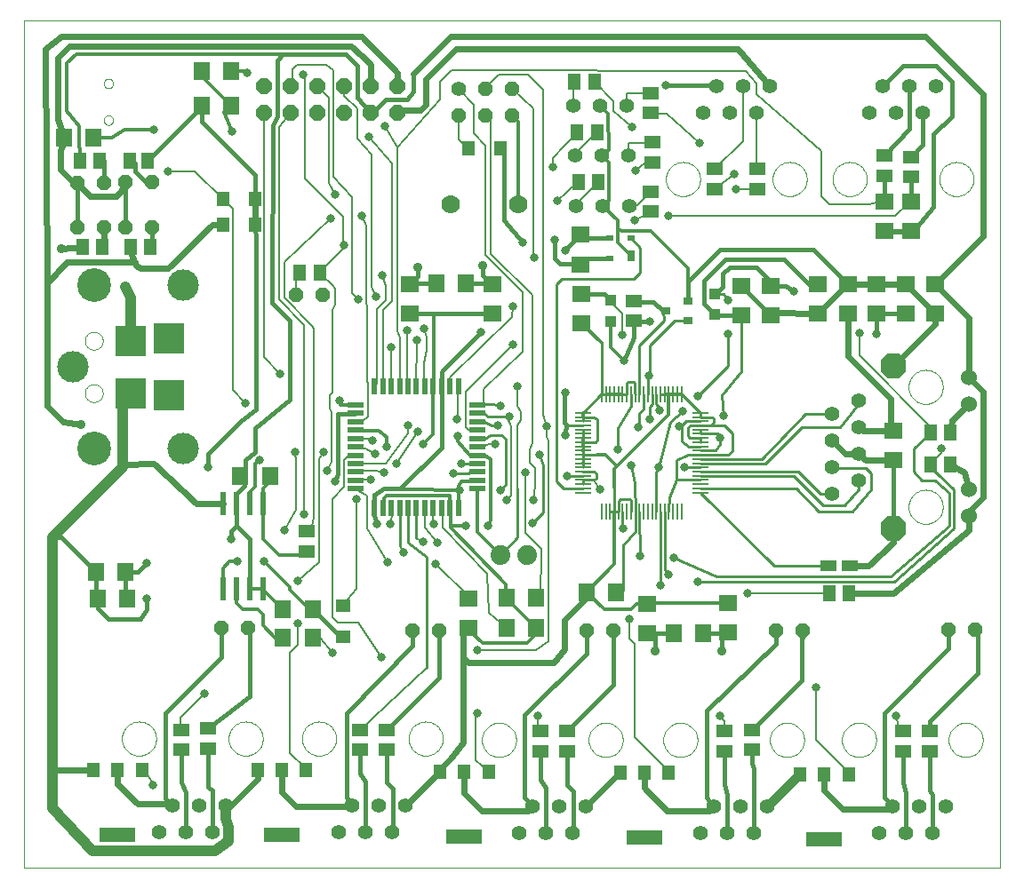
<source format=gtl>
G75*
G70*
%OFA0B0*%
%FSLAX24Y24*%
%IPPOS*%
%LPD*%
%AMOC8*
5,1,8,0,0,1.08239X$1,22.5*
%
%ADD10C,0.0000*%
%ADD11C,0.0554*%
%ADD12R,0.0630X0.0710*%
%ADD13R,0.0591X0.0512*%
%ADD14OC8,0.0520*%
%ADD15R,0.0512X0.0591*%
%ADD16R,0.0630X0.0709*%
%ADD17C,0.1181*%
%ADD18C,0.1266*%
%ADD19R,0.1181X0.1181*%
%ADD20R,0.0710X0.0630*%
%ADD21R,0.0709X0.0630*%
%ADD22R,0.0630X0.0098*%
%ADD23R,0.0098X0.0630*%
%ADD24R,0.0394X0.0394*%
%ADD25R,0.0354X0.0315*%
%ADD26R,0.0591X0.0394*%
%ADD27C,0.0740*%
%ADD28OC8,0.0600*%
%ADD29C,0.0560*%
%ADD30OC8,0.0560*%
%ADD31R,0.0472X0.0551*%
%ADD32C,0.0551*%
%ADD33R,0.1378X0.0551*%
%ADD34R,0.0276X0.0394*%
%ADD35R,0.0276X0.0236*%
%ADD36R,0.0591X0.0197*%
%ADD37R,0.0197X0.0591*%
%ADD38R,0.0551X0.0472*%
%ADD39OC8,0.0963*%
%ADD40C,0.0600*%
%ADD41C,0.0700*%
%ADD42R,0.0240X0.0870*%
%ADD43C,0.0356*%
%ADD44C,0.0240*%
%ADD45C,0.0160*%
%ADD46C,0.0180*%
%ADD47C,0.0317*%
%ADD48C,0.0400*%
%ADD49C,0.0120*%
%ADD50C,0.0100*%
%ADD51C,0.0320*%
%ADD52C,0.0080*%
D10*
X000100Y000100D02*
X000100Y031896D01*
X036670Y031896D01*
X036670Y000100D01*
X000100Y000100D01*
X003760Y004950D02*
X003762Y005000D01*
X003768Y005050D01*
X003778Y005099D01*
X003791Y005148D01*
X003809Y005195D01*
X003830Y005241D01*
X003854Y005284D01*
X003882Y005326D01*
X003913Y005366D01*
X003947Y005403D01*
X003984Y005437D01*
X004024Y005468D01*
X004066Y005496D01*
X004109Y005520D01*
X004155Y005541D01*
X004202Y005559D01*
X004251Y005572D01*
X004300Y005582D01*
X004350Y005588D01*
X004400Y005590D01*
X004450Y005588D01*
X004500Y005582D01*
X004549Y005572D01*
X004598Y005559D01*
X004645Y005541D01*
X004691Y005520D01*
X004734Y005496D01*
X004776Y005468D01*
X004816Y005437D01*
X004853Y005403D01*
X004887Y005366D01*
X004918Y005326D01*
X004946Y005284D01*
X004970Y005241D01*
X004991Y005195D01*
X005009Y005148D01*
X005022Y005099D01*
X005032Y005050D01*
X005038Y005000D01*
X005040Y004950D01*
X005038Y004900D01*
X005032Y004850D01*
X005022Y004801D01*
X005009Y004752D01*
X004991Y004705D01*
X004970Y004659D01*
X004946Y004616D01*
X004918Y004574D01*
X004887Y004534D01*
X004853Y004497D01*
X004816Y004463D01*
X004776Y004432D01*
X004734Y004404D01*
X004691Y004380D01*
X004645Y004359D01*
X004598Y004341D01*
X004549Y004328D01*
X004500Y004318D01*
X004450Y004312D01*
X004400Y004310D01*
X004350Y004312D01*
X004300Y004318D01*
X004251Y004328D01*
X004202Y004341D01*
X004155Y004359D01*
X004109Y004380D01*
X004066Y004404D01*
X004024Y004432D01*
X003984Y004463D01*
X003947Y004497D01*
X003913Y004534D01*
X003882Y004574D01*
X003854Y004616D01*
X003830Y004659D01*
X003809Y004705D01*
X003791Y004752D01*
X003778Y004801D01*
X003768Y004850D01*
X003762Y004900D01*
X003760Y004950D01*
X007760Y004950D02*
X007762Y005000D01*
X007768Y005050D01*
X007778Y005099D01*
X007791Y005148D01*
X007809Y005195D01*
X007830Y005241D01*
X007854Y005284D01*
X007882Y005326D01*
X007913Y005366D01*
X007947Y005403D01*
X007984Y005437D01*
X008024Y005468D01*
X008066Y005496D01*
X008109Y005520D01*
X008155Y005541D01*
X008202Y005559D01*
X008251Y005572D01*
X008300Y005582D01*
X008350Y005588D01*
X008400Y005590D01*
X008450Y005588D01*
X008500Y005582D01*
X008549Y005572D01*
X008598Y005559D01*
X008645Y005541D01*
X008691Y005520D01*
X008734Y005496D01*
X008776Y005468D01*
X008816Y005437D01*
X008853Y005403D01*
X008887Y005366D01*
X008918Y005326D01*
X008946Y005284D01*
X008970Y005241D01*
X008991Y005195D01*
X009009Y005148D01*
X009022Y005099D01*
X009032Y005050D01*
X009038Y005000D01*
X009040Y004950D01*
X009038Y004900D01*
X009032Y004850D01*
X009022Y004801D01*
X009009Y004752D01*
X008991Y004705D01*
X008970Y004659D01*
X008946Y004616D01*
X008918Y004574D01*
X008887Y004534D01*
X008853Y004497D01*
X008816Y004463D01*
X008776Y004432D01*
X008734Y004404D01*
X008691Y004380D01*
X008645Y004359D01*
X008598Y004341D01*
X008549Y004328D01*
X008500Y004318D01*
X008450Y004312D01*
X008400Y004310D01*
X008350Y004312D01*
X008300Y004318D01*
X008251Y004328D01*
X008202Y004341D01*
X008155Y004359D01*
X008109Y004380D01*
X008066Y004404D01*
X008024Y004432D01*
X007984Y004463D01*
X007947Y004497D01*
X007913Y004534D01*
X007882Y004574D01*
X007854Y004616D01*
X007830Y004659D01*
X007809Y004705D01*
X007791Y004752D01*
X007778Y004801D01*
X007768Y004850D01*
X007762Y004900D01*
X007760Y004950D01*
X010510Y004950D02*
X010512Y005000D01*
X010518Y005050D01*
X010528Y005099D01*
X010541Y005148D01*
X010559Y005195D01*
X010580Y005241D01*
X010604Y005284D01*
X010632Y005326D01*
X010663Y005366D01*
X010697Y005403D01*
X010734Y005437D01*
X010774Y005468D01*
X010816Y005496D01*
X010859Y005520D01*
X010905Y005541D01*
X010952Y005559D01*
X011001Y005572D01*
X011050Y005582D01*
X011100Y005588D01*
X011150Y005590D01*
X011200Y005588D01*
X011250Y005582D01*
X011299Y005572D01*
X011348Y005559D01*
X011395Y005541D01*
X011441Y005520D01*
X011484Y005496D01*
X011526Y005468D01*
X011566Y005437D01*
X011603Y005403D01*
X011637Y005366D01*
X011668Y005326D01*
X011696Y005284D01*
X011720Y005241D01*
X011741Y005195D01*
X011759Y005148D01*
X011772Y005099D01*
X011782Y005050D01*
X011788Y005000D01*
X011790Y004950D01*
X011788Y004900D01*
X011782Y004850D01*
X011772Y004801D01*
X011759Y004752D01*
X011741Y004705D01*
X011720Y004659D01*
X011696Y004616D01*
X011668Y004574D01*
X011637Y004534D01*
X011603Y004497D01*
X011566Y004463D01*
X011526Y004432D01*
X011484Y004404D01*
X011441Y004380D01*
X011395Y004359D01*
X011348Y004341D01*
X011299Y004328D01*
X011250Y004318D01*
X011200Y004312D01*
X011150Y004310D01*
X011100Y004312D01*
X011050Y004318D01*
X011001Y004328D01*
X010952Y004341D01*
X010905Y004359D01*
X010859Y004380D01*
X010816Y004404D01*
X010774Y004432D01*
X010734Y004463D01*
X010697Y004497D01*
X010663Y004534D01*
X010632Y004574D01*
X010604Y004616D01*
X010580Y004659D01*
X010559Y004705D01*
X010541Y004752D01*
X010528Y004801D01*
X010518Y004850D01*
X010512Y004900D01*
X010510Y004950D01*
X014510Y004950D02*
X014512Y005000D01*
X014518Y005050D01*
X014528Y005099D01*
X014541Y005148D01*
X014559Y005195D01*
X014580Y005241D01*
X014604Y005284D01*
X014632Y005326D01*
X014663Y005366D01*
X014697Y005403D01*
X014734Y005437D01*
X014774Y005468D01*
X014816Y005496D01*
X014859Y005520D01*
X014905Y005541D01*
X014952Y005559D01*
X015001Y005572D01*
X015050Y005582D01*
X015100Y005588D01*
X015150Y005590D01*
X015200Y005588D01*
X015250Y005582D01*
X015299Y005572D01*
X015348Y005559D01*
X015395Y005541D01*
X015441Y005520D01*
X015484Y005496D01*
X015526Y005468D01*
X015566Y005437D01*
X015603Y005403D01*
X015637Y005366D01*
X015668Y005326D01*
X015696Y005284D01*
X015720Y005241D01*
X015741Y005195D01*
X015759Y005148D01*
X015772Y005099D01*
X015782Y005050D01*
X015788Y005000D01*
X015790Y004950D01*
X015788Y004900D01*
X015782Y004850D01*
X015772Y004801D01*
X015759Y004752D01*
X015741Y004705D01*
X015720Y004659D01*
X015696Y004616D01*
X015668Y004574D01*
X015637Y004534D01*
X015603Y004497D01*
X015566Y004463D01*
X015526Y004432D01*
X015484Y004404D01*
X015441Y004380D01*
X015395Y004359D01*
X015348Y004341D01*
X015299Y004328D01*
X015250Y004318D01*
X015200Y004312D01*
X015150Y004310D01*
X015100Y004312D01*
X015050Y004318D01*
X015001Y004328D01*
X014952Y004341D01*
X014905Y004359D01*
X014859Y004380D01*
X014816Y004404D01*
X014774Y004432D01*
X014734Y004463D01*
X014697Y004497D01*
X014663Y004534D01*
X014632Y004574D01*
X014604Y004616D01*
X014580Y004659D01*
X014559Y004705D01*
X014541Y004752D01*
X014528Y004801D01*
X014518Y004850D01*
X014512Y004900D01*
X014510Y004950D01*
X017260Y004900D02*
X017262Y004950D01*
X017268Y005000D01*
X017278Y005049D01*
X017291Y005098D01*
X017309Y005145D01*
X017330Y005191D01*
X017354Y005234D01*
X017382Y005276D01*
X017413Y005316D01*
X017447Y005353D01*
X017484Y005387D01*
X017524Y005418D01*
X017566Y005446D01*
X017609Y005470D01*
X017655Y005491D01*
X017702Y005509D01*
X017751Y005522D01*
X017800Y005532D01*
X017850Y005538D01*
X017900Y005540D01*
X017950Y005538D01*
X018000Y005532D01*
X018049Y005522D01*
X018098Y005509D01*
X018145Y005491D01*
X018191Y005470D01*
X018234Y005446D01*
X018276Y005418D01*
X018316Y005387D01*
X018353Y005353D01*
X018387Y005316D01*
X018418Y005276D01*
X018446Y005234D01*
X018470Y005191D01*
X018491Y005145D01*
X018509Y005098D01*
X018522Y005049D01*
X018532Y005000D01*
X018538Y004950D01*
X018540Y004900D01*
X018538Y004850D01*
X018532Y004800D01*
X018522Y004751D01*
X018509Y004702D01*
X018491Y004655D01*
X018470Y004609D01*
X018446Y004566D01*
X018418Y004524D01*
X018387Y004484D01*
X018353Y004447D01*
X018316Y004413D01*
X018276Y004382D01*
X018234Y004354D01*
X018191Y004330D01*
X018145Y004309D01*
X018098Y004291D01*
X018049Y004278D01*
X018000Y004268D01*
X017950Y004262D01*
X017900Y004260D01*
X017850Y004262D01*
X017800Y004268D01*
X017751Y004278D01*
X017702Y004291D01*
X017655Y004309D01*
X017609Y004330D01*
X017566Y004354D01*
X017524Y004382D01*
X017484Y004413D01*
X017447Y004447D01*
X017413Y004484D01*
X017382Y004524D01*
X017354Y004566D01*
X017330Y004609D01*
X017309Y004655D01*
X017291Y004702D01*
X017278Y004751D01*
X017268Y004800D01*
X017262Y004850D01*
X017260Y004900D01*
X021260Y004900D02*
X021262Y004950D01*
X021268Y005000D01*
X021278Y005049D01*
X021291Y005098D01*
X021309Y005145D01*
X021330Y005191D01*
X021354Y005234D01*
X021382Y005276D01*
X021413Y005316D01*
X021447Y005353D01*
X021484Y005387D01*
X021524Y005418D01*
X021566Y005446D01*
X021609Y005470D01*
X021655Y005491D01*
X021702Y005509D01*
X021751Y005522D01*
X021800Y005532D01*
X021850Y005538D01*
X021900Y005540D01*
X021950Y005538D01*
X022000Y005532D01*
X022049Y005522D01*
X022098Y005509D01*
X022145Y005491D01*
X022191Y005470D01*
X022234Y005446D01*
X022276Y005418D01*
X022316Y005387D01*
X022353Y005353D01*
X022387Y005316D01*
X022418Y005276D01*
X022446Y005234D01*
X022470Y005191D01*
X022491Y005145D01*
X022509Y005098D01*
X022522Y005049D01*
X022532Y005000D01*
X022538Y004950D01*
X022540Y004900D01*
X022538Y004850D01*
X022532Y004800D01*
X022522Y004751D01*
X022509Y004702D01*
X022491Y004655D01*
X022470Y004609D01*
X022446Y004566D01*
X022418Y004524D01*
X022387Y004484D01*
X022353Y004447D01*
X022316Y004413D01*
X022276Y004382D01*
X022234Y004354D01*
X022191Y004330D01*
X022145Y004309D01*
X022098Y004291D01*
X022049Y004278D01*
X022000Y004268D01*
X021950Y004262D01*
X021900Y004260D01*
X021850Y004262D01*
X021800Y004268D01*
X021751Y004278D01*
X021702Y004291D01*
X021655Y004309D01*
X021609Y004330D01*
X021566Y004354D01*
X021524Y004382D01*
X021484Y004413D01*
X021447Y004447D01*
X021413Y004484D01*
X021382Y004524D01*
X021354Y004566D01*
X021330Y004609D01*
X021309Y004655D01*
X021291Y004702D01*
X021278Y004751D01*
X021268Y004800D01*
X021262Y004850D01*
X021260Y004900D01*
X024060Y004900D02*
X024062Y004950D01*
X024068Y005000D01*
X024078Y005049D01*
X024091Y005098D01*
X024109Y005145D01*
X024130Y005191D01*
X024154Y005234D01*
X024182Y005276D01*
X024213Y005316D01*
X024247Y005353D01*
X024284Y005387D01*
X024324Y005418D01*
X024366Y005446D01*
X024409Y005470D01*
X024455Y005491D01*
X024502Y005509D01*
X024551Y005522D01*
X024600Y005532D01*
X024650Y005538D01*
X024700Y005540D01*
X024750Y005538D01*
X024800Y005532D01*
X024849Y005522D01*
X024898Y005509D01*
X024945Y005491D01*
X024991Y005470D01*
X025034Y005446D01*
X025076Y005418D01*
X025116Y005387D01*
X025153Y005353D01*
X025187Y005316D01*
X025218Y005276D01*
X025246Y005234D01*
X025270Y005191D01*
X025291Y005145D01*
X025309Y005098D01*
X025322Y005049D01*
X025332Y005000D01*
X025338Y004950D01*
X025340Y004900D01*
X025338Y004850D01*
X025332Y004800D01*
X025322Y004751D01*
X025309Y004702D01*
X025291Y004655D01*
X025270Y004609D01*
X025246Y004566D01*
X025218Y004524D01*
X025187Y004484D01*
X025153Y004447D01*
X025116Y004413D01*
X025076Y004382D01*
X025034Y004354D01*
X024991Y004330D01*
X024945Y004309D01*
X024898Y004291D01*
X024849Y004278D01*
X024800Y004268D01*
X024750Y004262D01*
X024700Y004260D01*
X024650Y004262D01*
X024600Y004268D01*
X024551Y004278D01*
X024502Y004291D01*
X024455Y004309D01*
X024409Y004330D01*
X024366Y004354D01*
X024324Y004382D01*
X024284Y004413D01*
X024247Y004447D01*
X024213Y004484D01*
X024182Y004524D01*
X024154Y004566D01*
X024130Y004609D01*
X024109Y004655D01*
X024091Y004702D01*
X024078Y004751D01*
X024068Y004800D01*
X024062Y004850D01*
X024060Y004900D01*
X028060Y004900D02*
X028062Y004950D01*
X028068Y005000D01*
X028078Y005049D01*
X028091Y005098D01*
X028109Y005145D01*
X028130Y005191D01*
X028154Y005234D01*
X028182Y005276D01*
X028213Y005316D01*
X028247Y005353D01*
X028284Y005387D01*
X028324Y005418D01*
X028366Y005446D01*
X028409Y005470D01*
X028455Y005491D01*
X028502Y005509D01*
X028551Y005522D01*
X028600Y005532D01*
X028650Y005538D01*
X028700Y005540D01*
X028750Y005538D01*
X028800Y005532D01*
X028849Y005522D01*
X028898Y005509D01*
X028945Y005491D01*
X028991Y005470D01*
X029034Y005446D01*
X029076Y005418D01*
X029116Y005387D01*
X029153Y005353D01*
X029187Y005316D01*
X029218Y005276D01*
X029246Y005234D01*
X029270Y005191D01*
X029291Y005145D01*
X029309Y005098D01*
X029322Y005049D01*
X029332Y005000D01*
X029338Y004950D01*
X029340Y004900D01*
X029338Y004850D01*
X029332Y004800D01*
X029322Y004751D01*
X029309Y004702D01*
X029291Y004655D01*
X029270Y004609D01*
X029246Y004566D01*
X029218Y004524D01*
X029187Y004484D01*
X029153Y004447D01*
X029116Y004413D01*
X029076Y004382D01*
X029034Y004354D01*
X028991Y004330D01*
X028945Y004309D01*
X028898Y004291D01*
X028849Y004278D01*
X028800Y004268D01*
X028750Y004262D01*
X028700Y004260D01*
X028650Y004262D01*
X028600Y004268D01*
X028551Y004278D01*
X028502Y004291D01*
X028455Y004309D01*
X028409Y004330D01*
X028366Y004354D01*
X028324Y004382D01*
X028284Y004413D01*
X028247Y004447D01*
X028213Y004484D01*
X028182Y004524D01*
X028154Y004566D01*
X028130Y004609D01*
X028109Y004655D01*
X028091Y004702D01*
X028078Y004751D01*
X028068Y004800D01*
X028062Y004850D01*
X028060Y004900D01*
X030760Y004900D02*
X030762Y004950D01*
X030768Y005000D01*
X030778Y005049D01*
X030791Y005098D01*
X030809Y005145D01*
X030830Y005191D01*
X030854Y005234D01*
X030882Y005276D01*
X030913Y005316D01*
X030947Y005353D01*
X030984Y005387D01*
X031024Y005418D01*
X031066Y005446D01*
X031109Y005470D01*
X031155Y005491D01*
X031202Y005509D01*
X031251Y005522D01*
X031300Y005532D01*
X031350Y005538D01*
X031400Y005540D01*
X031450Y005538D01*
X031500Y005532D01*
X031549Y005522D01*
X031598Y005509D01*
X031645Y005491D01*
X031691Y005470D01*
X031734Y005446D01*
X031776Y005418D01*
X031816Y005387D01*
X031853Y005353D01*
X031887Y005316D01*
X031918Y005276D01*
X031946Y005234D01*
X031970Y005191D01*
X031991Y005145D01*
X032009Y005098D01*
X032022Y005049D01*
X032032Y005000D01*
X032038Y004950D01*
X032040Y004900D01*
X032038Y004850D01*
X032032Y004800D01*
X032022Y004751D01*
X032009Y004702D01*
X031991Y004655D01*
X031970Y004609D01*
X031946Y004566D01*
X031918Y004524D01*
X031887Y004484D01*
X031853Y004447D01*
X031816Y004413D01*
X031776Y004382D01*
X031734Y004354D01*
X031691Y004330D01*
X031645Y004309D01*
X031598Y004291D01*
X031549Y004278D01*
X031500Y004268D01*
X031450Y004262D01*
X031400Y004260D01*
X031350Y004262D01*
X031300Y004268D01*
X031251Y004278D01*
X031202Y004291D01*
X031155Y004309D01*
X031109Y004330D01*
X031066Y004354D01*
X031024Y004382D01*
X030984Y004413D01*
X030947Y004447D01*
X030913Y004484D01*
X030882Y004524D01*
X030854Y004566D01*
X030830Y004609D01*
X030809Y004655D01*
X030791Y004702D01*
X030778Y004751D01*
X030768Y004800D01*
X030762Y004850D01*
X030760Y004900D01*
X034760Y004900D02*
X034762Y004950D01*
X034768Y005000D01*
X034778Y005049D01*
X034791Y005098D01*
X034809Y005145D01*
X034830Y005191D01*
X034854Y005234D01*
X034882Y005276D01*
X034913Y005316D01*
X034947Y005353D01*
X034984Y005387D01*
X035024Y005418D01*
X035066Y005446D01*
X035109Y005470D01*
X035155Y005491D01*
X035202Y005509D01*
X035251Y005522D01*
X035300Y005532D01*
X035350Y005538D01*
X035400Y005540D01*
X035450Y005538D01*
X035500Y005532D01*
X035549Y005522D01*
X035598Y005509D01*
X035645Y005491D01*
X035691Y005470D01*
X035734Y005446D01*
X035776Y005418D01*
X035816Y005387D01*
X035853Y005353D01*
X035887Y005316D01*
X035918Y005276D01*
X035946Y005234D01*
X035970Y005191D01*
X035991Y005145D01*
X036009Y005098D01*
X036022Y005049D01*
X036032Y005000D01*
X036038Y004950D01*
X036040Y004900D01*
X036038Y004850D01*
X036032Y004800D01*
X036022Y004751D01*
X036009Y004702D01*
X035991Y004655D01*
X035970Y004609D01*
X035946Y004566D01*
X035918Y004524D01*
X035887Y004484D01*
X035853Y004447D01*
X035816Y004413D01*
X035776Y004382D01*
X035734Y004354D01*
X035691Y004330D01*
X035645Y004309D01*
X035598Y004291D01*
X035549Y004278D01*
X035500Y004268D01*
X035450Y004262D01*
X035400Y004260D01*
X035350Y004262D01*
X035300Y004268D01*
X035251Y004278D01*
X035202Y004291D01*
X035155Y004309D01*
X035109Y004330D01*
X035066Y004354D01*
X035024Y004382D01*
X034984Y004413D01*
X034947Y004447D01*
X034913Y004484D01*
X034882Y004524D01*
X034854Y004566D01*
X034830Y004609D01*
X034809Y004655D01*
X034791Y004702D01*
X034778Y004751D01*
X034768Y004800D01*
X034762Y004850D01*
X034760Y004900D01*
X033260Y013650D02*
X033262Y013700D01*
X033268Y013750D01*
X033278Y013799D01*
X033291Y013848D01*
X033309Y013895D01*
X033330Y013941D01*
X033354Y013984D01*
X033382Y014026D01*
X033413Y014066D01*
X033447Y014103D01*
X033484Y014137D01*
X033524Y014168D01*
X033566Y014196D01*
X033609Y014220D01*
X033655Y014241D01*
X033702Y014259D01*
X033751Y014272D01*
X033800Y014282D01*
X033850Y014288D01*
X033900Y014290D01*
X033950Y014288D01*
X034000Y014282D01*
X034049Y014272D01*
X034098Y014259D01*
X034145Y014241D01*
X034191Y014220D01*
X034234Y014196D01*
X034276Y014168D01*
X034316Y014137D01*
X034353Y014103D01*
X034387Y014066D01*
X034418Y014026D01*
X034446Y013984D01*
X034470Y013941D01*
X034491Y013895D01*
X034509Y013848D01*
X034522Y013799D01*
X034532Y013750D01*
X034538Y013700D01*
X034540Y013650D01*
X034538Y013600D01*
X034532Y013550D01*
X034522Y013501D01*
X034509Y013452D01*
X034491Y013405D01*
X034470Y013359D01*
X034446Y013316D01*
X034418Y013274D01*
X034387Y013234D01*
X034353Y013197D01*
X034316Y013163D01*
X034276Y013132D01*
X034234Y013104D01*
X034191Y013080D01*
X034145Y013059D01*
X034098Y013041D01*
X034049Y013028D01*
X034000Y013018D01*
X033950Y013012D01*
X033900Y013010D01*
X033850Y013012D01*
X033800Y013018D01*
X033751Y013028D01*
X033702Y013041D01*
X033655Y013059D01*
X033609Y013080D01*
X033566Y013104D01*
X033524Y013132D01*
X033484Y013163D01*
X033447Y013197D01*
X033413Y013234D01*
X033382Y013274D01*
X033354Y013316D01*
X033330Y013359D01*
X033309Y013405D01*
X033291Y013452D01*
X033278Y013501D01*
X033268Y013550D01*
X033262Y013600D01*
X033260Y013650D01*
X033260Y018150D02*
X033262Y018200D01*
X033268Y018250D01*
X033278Y018299D01*
X033291Y018348D01*
X033309Y018395D01*
X033330Y018441D01*
X033354Y018484D01*
X033382Y018526D01*
X033413Y018566D01*
X033447Y018603D01*
X033484Y018637D01*
X033524Y018668D01*
X033566Y018696D01*
X033609Y018720D01*
X033655Y018741D01*
X033702Y018759D01*
X033751Y018772D01*
X033800Y018782D01*
X033850Y018788D01*
X033900Y018790D01*
X033950Y018788D01*
X034000Y018782D01*
X034049Y018772D01*
X034098Y018759D01*
X034145Y018741D01*
X034191Y018720D01*
X034234Y018696D01*
X034276Y018668D01*
X034316Y018637D01*
X034353Y018603D01*
X034387Y018566D01*
X034418Y018526D01*
X034446Y018484D01*
X034470Y018441D01*
X034491Y018395D01*
X034509Y018348D01*
X034522Y018299D01*
X034532Y018250D01*
X034538Y018200D01*
X034540Y018150D01*
X034538Y018100D01*
X034532Y018050D01*
X034522Y018001D01*
X034509Y017952D01*
X034491Y017905D01*
X034470Y017859D01*
X034446Y017816D01*
X034418Y017774D01*
X034387Y017734D01*
X034353Y017697D01*
X034316Y017663D01*
X034276Y017632D01*
X034234Y017604D01*
X034191Y017580D01*
X034145Y017559D01*
X034098Y017541D01*
X034049Y017528D01*
X034000Y017518D01*
X033950Y017512D01*
X033900Y017510D01*
X033850Y017512D01*
X033800Y017518D01*
X033751Y017528D01*
X033702Y017541D01*
X033655Y017559D01*
X033609Y017580D01*
X033566Y017604D01*
X033524Y017632D01*
X033484Y017663D01*
X033447Y017697D01*
X033413Y017734D01*
X033382Y017774D01*
X033354Y017816D01*
X033330Y017859D01*
X033309Y017905D01*
X033291Y017952D01*
X033278Y018001D01*
X033268Y018050D01*
X033262Y018100D01*
X033260Y018150D01*
X034410Y025950D02*
X034412Y026000D01*
X034418Y026050D01*
X034428Y026099D01*
X034441Y026148D01*
X034459Y026195D01*
X034480Y026241D01*
X034504Y026284D01*
X034532Y026326D01*
X034563Y026366D01*
X034597Y026403D01*
X034634Y026437D01*
X034674Y026468D01*
X034716Y026496D01*
X034759Y026520D01*
X034805Y026541D01*
X034852Y026559D01*
X034901Y026572D01*
X034950Y026582D01*
X035000Y026588D01*
X035050Y026590D01*
X035100Y026588D01*
X035150Y026582D01*
X035199Y026572D01*
X035248Y026559D01*
X035295Y026541D01*
X035341Y026520D01*
X035384Y026496D01*
X035426Y026468D01*
X035466Y026437D01*
X035503Y026403D01*
X035537Y026366D01*
X035568Y026326D01*
X035596Y026284D01*
X035620Y026241D01*
X035641Y026195D01*
X035659Y026148D01*
X035672Y026099D01*
X035682Y026050D01*
X035688Y026000D01*
X035690Y025950D01*
X035688Y025900D01*
X035682Y025850D01*
X035672Y025801D01*
X035659Y025752D01*
X035641Y025705D01*
X035620Y025659D01*
X035596Y025616D01*
X035568Y025574D01*
X035537Y025534D01*
X035503Y025497D01*
X035466Y025463D01*
X035426Y025432D01*
X035384Y025404D01*
X035341Y025380D01*
X035295Y025359D01*
X035248Y025341D01*
X035199Y025328D01*
X035150Y025318D01*
X035100Y025312D01*
X035050Y025310D01*
X035000Y025312D01*
X034950Y025318D01*
X034901Y025328D01*
X034852Y025341D01*
X034805Y025359D01*
X034759Y025380D01*
X034716Y025404D01*
X034674Y025432D01*
X034634Y025463D01*
X034597Y025497D01*
X034563Y025534D01*
X034532Y025574D01*
X034504Y025616D01*
X034480Y025659D01*
X034459Y025705D01*
X034441Y025752D01*
X034428Y025801D01*
X034418Y025850D01*
X034412Y025900D01*
X034410Y025950D01*
X030410Y025950D02*
X030412Y026000D01*
X030418Y026050D01*
X030428Y026099D01*
X030441Y026148D01*
X030459Y026195D01*
X030480Y026241D01*
X030504Y026284D01*
X030532Y026326D01*
X030563Y026366D01*
X030597Y026403D01*
X030634Y026437D01*
X030674Y026468D01*
X030716Y026496D01*
X030759Y026520D01*
X030805Y026541D01*
X030852Y026559D01*
X030901Y026572D01*
X030950Y026582D01*
X031000Y026588D01*
X031050Y026590D01*
X031100Y026588D01*
X031150Y026582D01*
X031199Y026572D01*
X031248Y026559D01*
X031295Y026541D01*
X031341Y026520D01*
X031384Y026496D01*
X031426Y026468D01*
X031466Y026437D01*
X031503Y026403D01*
X031537Y026366D01*
X031568Y026326D01*
X031596Y026284D01*
X031620Y026241D01*
X031641Y026195D01*
X031659Y026148D01*
X031672Y026099D01*
X031682Y026050D01*
X031688Y026000D01*
X031690Y025950D01*
X031688Y025900D01*
X031682Y025850D01*
X031672Y025801D01*
X031659Y025752D01*
X031641Y025705D01*
X031620Y025659D01*
X031596Y025616D01*
X031568Y025574D01*
X031537Y025534D01*
X031503Y025497D01*
X031466Y025463D01*
X031426Y025432D01*
X031384Y025404D01*
X031341Y025380D01*
X031295Y025359D01*
X031248Y025341D01*
X031199Y025328D01*
X031150Y025318D01*
X031100Y025312D01*
X031050Y025310D01*
X031000Y025312D01*
X030950Y025318D01*
X030901Y025328D01*
X030852Y025341D01*
X030805Y025359D01*
X030759Y025380D01*
X030716Y025404D01*
X030674Y025432D01*
X030634Y025463D01*
X030597Y025497D01*
X030563Y025534D01*
X030532Y025574D01*
X030504Y025616D01*
X030480Y025659D01*
X030459Y025705D01*
X030441Y025752D01*
X030428Y025801D01*
X030418Y025850D01*
X030412Y025900D01*
X030410Y025950D01*
X028160Y025950D02*
X028162Y026000D01*
X028168Y026050D01*
X028178Y026099D01*
X028191Y026148D01*
X028209Y026195D01*
X028230Y026241D01*
X028254Y026284D01*
X028282Y026326D01*
X028313Y026366D01*
X028347Y026403D01*
X028384Y026437D01*
X028424Y026468D01*
X028466Y026496D01*
X028509Y026520D01*
X028555Y026541D01*
X028602Y026559D01*
X028651Y026572D01*
X028700Y026582D01*
X028750Y026588D01*
X028800Y026590D01*
X028850Y026588D01*
X028900Y026582D01*
X028949Y026572D01*
X028998Y026559D01*
X029045Y026541D01*
X029091Y026520D01*
X029134Y026496D01*
X029176Y026468D01*
X029216Y026437D01*
X029253Y026403D01*
X029287Y026366D01*
X029318Y026326D01*
X029346Y026284D01*
X029370Y026241D01*
X029391Y026195D01*
X029409Y026148D01*
X029422Y026099D01*
X029432Y026050D01*
X029438Y026000D01*
X029440Y025950D01*
X029438Y025900D01*
X029432Y025850D01*
X029422Y025801D01*
X029409Y025752D01*
X029391Y025705D01*
X029370Y025659D01*
X029346Y025616D01*
X029318Y025574D01*
X029287Y025534D01*
X029253Y025497D01*
X029216Y025463D01*
X029176Y025432D01*
X029134Y025404D01*
X029091Y025380D01*
X029045Y025359D01*
X028998Y025341D01*
X028949Y025328D01*
X028900Y025318D01*
X028850Y025312D01*
X028800Y025310D01*
X028750Y025312D01*
X028700Y025318D01*
X028651Y025328D01*
X028602Y025341D01*
X028555Y025359D01*
X028509Y025380D01*
X028466Y025404D01*
X028424Y025432D01*
X028384Y025463D01*
X028347Y025497D01*
X028313Y025534D01*
X028282Y025574D01*
X028254Y025616D01*
X028230Y025659D01*
X028209Y025705D01*
X028191Y025752D01*
X028178Y025801D01*
X028168Y025850D01*
X028162Y025900D01*
X028160Y025950D01*
X024160Y025950D02*
X024162Y026000D01*
X024168Y026050D01*
X024178Y026099D01*
X024191Y026148D01*
X024209Y026195D01*
X024230Y026241D01*
X024254Y026284D01*
X024282Y026326D01*
X024313Y026366D01*
X024347Y026403D01*
X024384Y026437D01*
X024424Y026468D01*
X024466Y026496D01*
X024509Y026520D01*
X024555Y026541D01*
X024602Y026559D01*
X024651Y026572D01*
X024700Y026582D01*
X024750Y026588D01*
X024800Y026590D01*
X024850Y026588D01*
X024900Y026582D01*
X024949Y026572D01*
X024998Y026559D01*
X025045Y026541D01*
X025091Y026520D01*
X025134Y026496D01*
X025176Y026468D01*
X025216Y026437D01*
X025253Y026403D01*
X025287Y026366D01*
X025318Y026326D01*
X025346Y026284D01*
X025370Y026241D01*
X025391Y026195D01*
X025409Y026148D01*
X025422Y026099D01*
X025432Y026050D01*
X025438Y026000D01*
X025440Y025950D01*
X025438Y025900D01*
X025432Y025850D01*
X025422Y025801D01*
X025409Y025752D01*
X025391Y025705D01*
X025370Y025659D01*
X025346Y025616D01*
X025318Y025574D01*
X025287Y025534D01*
X025253Y025497D01*
X025216Y025463D01*
X025176Y025432D01*
X025134Y025404D01*
X025091Y025380D01*
X025045Y025359D01*
X024998Y025341D01*
X024949Y025328D01*
X024900Y025318D01*
X024850Y025312D01*
X024800Y025310D01*
X024750Y025312D01*
X024700Y025318D01*
X024651Y025328D01*
X024602Y025341D01*
X024555Y025359D01*
X024509Y025380D01*
X024466Y025404D01*
X024424Y025432D01*
X024384Y025463D01*
X024347Y025497D01*
X024313Y025534D01*
X024282Y025574D01*
X024254Y025616D01*
X024230Y025659D01*
X024209Y025705D01*
X024191Y025752D01*
X024178Y025801D01*
X024168Y025850D01*
X024162Y025900D01*
X024160Y025950D01*
X003073Y028161D02*
X003075Y028187D01*
X003081Y028213D01*
X003091Y028238D01*
X003104Y028261D01*
X003120Y028281D01*
X003140Y028299D01*
X003162Y028314D01*
X003185Y028326D01*
X003211Y028334D01*
X003237Y028338D01*
X003263Y028338D01*
X003289Y028334D01*
X003315Y028326D01*
X003339Y028314D01*
X003360Y028299D01*
X003380Y028281D01*
X003396Y028261D01*
X003409Y028238D01*
X003419Y028213D01*
X003425Y028187D01*
X003427Y028161D01*
X003425Y028135D01*
X003419Y028109D01*
X003409Y028084D01*
X003396Y028061D01*
X003380Y028041D01*
X003360Y028023D01*
X003338Y028008D01*
X003315Y027996D01*
X003289Y027988D01*
X003263Y027984D01*
X003237Y027984D01*
X003211Y027988D01*
X003185Y027996D01*
X003161Y028008D01*
X003140Y028023D01*
X003120Y028041D01*
X003104Y028061D01*
X003091Y028084D01*
X003081Y028109D01*
X003075Y028135D01*
X003073Y028161D01*
X003073Y029539D02*
X003075Y029565D01*
X003081Y029591D01*
X003091Y029616D01*
X003104Y029639D01*
X003120Y029659D01*
X003140Y029677D01*
X003162Y029692D01*
X003185Y029704D01*
X003211Y029712D01*
X003237Y029716D01*
X003263Y029716D01*
X003289Y029712D01*
X003315Y029704D01*
X003339Y029692D01*
X003360Y029677D01*
X003380Y029659D01*
X003396Y029639D01*
X003409Y029616D01*
X003419Y029591D01*
X003425Y029565D01*
X003427Y029539D01*
X003425Y029513D01*
X003419Y029487D01*
X003409Y029462D01*
X003396Y029439D01*
X003380Y029419D01*
X003360Y029401D01*
X003338Y029386D01*
X003315Y029374D01*
X003289Y029366D01*
X003263Y029362D01*
X003237Y029362D01*
X003211Y029366D01*
X003185Y029374D01*
X003161Y029386D01*
X003140Y029401D01*
X003120Y029419D01*
X003104Y029439D01*
X003091Y029462D01*
X003081Y029487D01*
X003075Y029513D01*
X003073Y029539D01*
X002369Y019884D02*
X002371Y019920D01*
X002377Y019956D01*
X002387Y019991D01*
X002400Y020025D01*
X002417Y020057D01*
X002437Y020087D01*
X002461Y020114D01*
X002487Y020139D01*
X002516Y020161D01*
X002547Y020180D01*
X002580Y020195D01*
X002614Y020207D01*
X002650Y020215D01*
X002686Y020219D01*
X002722Y020219D01*
X002758Y020215D01*
X002794Y020207D01*
X002828Y020195D01*
X002861Y020180D01*
X002892Y020161D01*
X002921Y020139D01*
X002947Y020114D01*
X002971Y020087D01*
X002991Y020057D01*
X003008Y020025D01*
X003021Y019991D01*
X003031Y019956D01*
X003037Y019920D01*
X003039Y019884D01*
X003037Y019848D01*
X003031Y019812D01*
X003021Y019777D01*
X003008Y019743D01*
X002991Y019711D01*
X002971Y019681D01*
X002947Y019654D01*
X002921Y019629D01*
X002892Y019607D01*
X002861Y019588D01*
X002828Y019573D01*
X002794Y019561D01*
X002758Y019553D01*
X002722Y019549D01*
X002686Y019549D01*
X002650Y019553D01*
X002614Y019561D01*
X002580Y019573D01*
X002547Y019588D01*
X002516Y019607D01*
X002487Y019629D01*
X002461Y019654D01*
X002437Y019681D01*
X002417Y019711D01*
X002400Y019743D01*
X002387Y019777D01*
X002377Y019812D01*
X002371Y019848D01*
X002369Y019884D01*
X002369Y017916D02*
X002371Y017952D01*
X002377Y017988D01*
X002387Y018023D01*
X002400Y018057D01*
X002417Y018089D01*
X002437Y018119D01*
X002461Y018146D01*
X002487Y018171D01*
X002516Y018193D01*
X002547Y018212D01*
X002580Y018227D01*
X002614Y018239D01*
X002650Y018247D01*
X002686Y018251D01*
X002722Y018251D01*
X002758Y018247D01*
X002794Y018239D01*
X002828Y018227D01*
X002861Y018212D01*
X002892Y018193D01*
X002921Y018171D01*
X002947Y018146D01*
X002971Y018119D01*
X002991Y018089D01*
X003008Y018057D01*
X003021Y018023D01*
X003031Y017988D01*
X003037Y017952D01*
X003039Y017916D01*
X003037Y017880D01*
X003031Y017844D01*
X003021Y017809D01*
X003008Y017775D01*
X002991Y017743D01*
X002971Y017713D01*
X002947Y017686D01*
X002921Y017661D01*
X002892Y017639D01*
X002861Y017620D01*
X002828Y017605D01*
X002794Y017593D01*
X002758Y017585D01*
X002722Y017581D01*
X002686Y017581D01*
X002650Y017585D01*
X002614Y017593D01*
X002580Y017605D01*
X002547Y017620D01*
X002516Y017639D01*
X002487Y017661D01*
X002461Y017686D01*
X002437Y017713D01*
X002417Y017743D01*
X002400Y017775D01*
X002387Y017809D01*
X002377Y017844D01*
X002371Y017880D01*
X002369Y017916D01*
D11*
X005650Y002450D03*
X006650Y002450D03*
X007650Y002450D03*
X007150Y001450D03*
X006150Y001450D03*
X005150Y001450D03*
X011900Y001450D03*
X012900Y001450D03*
X013900Y001450D03*
X013400Y002450D03*
X014400Y002450D03*
X012400Y002450D03*
X018650Y001400D03*
X019650Y001400D03*
X020650Y001400D03*
X020150Y002400D03*
X021150Y002400D03*
X019150Y002400D03*
X025450Y001400D03*
X026450Y001400D03*
X027450Y001400D03*
X026950Y002400D03*
X025950Y002400D03*
X027950Y002400D03*
X032150Y001400D03*
X033150Y001400D03*
X034150Y001400D03*
X033650Y002400D03*
X032650Y002400D03*
X034650Y002400D03*
X030400Y014150D03*
X031400Y014650D03*
X030400Y015150D03*
X031400Y015650D03*
X030400Y016150D03*
X031400Y016650D03*
X030400Y017150D03*
X031400Y017650D03*
X031800Y028450D03*
X032800Y028450D03*
X033800Y028450D03*
X033300Y029450D03*
X032300Y029450D03*
X034300Y029450D03*
X028050Y029450D03*
X027050Y029450D03*
X026050Y029450D03*
X025550Y028450D03*
X026550Y028450D03*
X027550Y028450D03*
D12*
X016660Y022050D03*
X015540Y022050D03*
X009310Y014800D03*
X008190Y014800D03*
X009790Y009800D03*
X009790Y008750D03*
X010910Y008750D03*
X010910Y009800D03*
X024440Y008900D03*
X025560Y008900D03*
D13*
X026350Y005224D03*
X027400Y005274D03*
X027400Y004526D03*
X026350Y004476D03*
X020450Y004476D03*
X020450Y005224D03*
X019450Y005224D03*
X019450Y004476D03*
X013700Y004526D03*
X013700Y005274D03*
X012700Y005274D03*
X012700Y004526D03*
X007000Y004576D03*
X007000Y005324D03*
X006000Y005274D03*
X006000Y004526D03*
X010700Y011976D03*
X010700Y012724D03*
X022950Y020626D03*
X022950Y021374D03*
X023600Y024726D03*
X023600Y025474D03*
X023650Y026576D03*
X023650Y027324D03*
X023600Y028426D03*
X023600Y029174D03*
X026000Y026324D03*
X026000Y025576D03*
X027600Y025576D03*
X027600Y026324D03*
X032350Y026076D03*
X032350Y026824D03*
X033350Y026774D03*
X033350Y026026D03*
X033050Y005224D03*
X034050Y005224D03*
X034050Y004476D03*
X033050Y004476D03*
D14*
X034750Y009050D03*
X035750Y009050D03*
X029300Y009000D03*
X028300Y009000D03*
X022200Y009000D03*
X021200Y009000D03*
X015650Y009000D03*
X014650Y009000D03*
X008500Y009100D03*
X007500Y009100D03*
X010300Y021600D03*
X011300Y021600D03*
X004900Y024150D03*
X003900Y024150D03*
X003100Y024150D03*
X002100Y024150D03*
X002100Y025800D03*
X003100Y025800D03*
X003900Y025850D03*
X004900Y025850D03*
D15*
X004735Y026650D03*
X004065Y026650D03*
X002924Y026650D03*
X002176Y026650D03*
X002276Y023400D03*
X003024Y023400D03*
X004076Y023400D03*
X004824Y023400D03*
X010426Y022450D03*
X011174Y022450D03*
X020726Y029600D03*
X021474Y029600D03*
X021574Y027700D03*
X020826Y027700D03*
X020876Y025850D03*
X021624Y025850D03*
X034076Y016450D03*
X034824Y016450D03*
X034824Y015250D03*
X034076Y015250D03*
X031024Y010400D03*
X030276Y010400D03*
D16*
X022301Y010450D03*
X021199Y010450D03*
X019301Y010250D03*
X018199Y010250D03*
X018199Y009100D03*
X019301Y009100D03*
X003951Y010200D03*
X002849Y010200D03*
X002799Y011200D03*
X003901Y011200D03*
X002701Y027500D03*
X001599Y027500D03*
X006749Y028700D03*
X007851Y028700D03*
X007851Y030000D03*
X006749Y030000D03*
D17*
X006050Y021971D03*
X001916Y018900D03*
X006050Y015829D03*
D18*
X002704Y015829D03*
X002704Y021971D03*
D19*
X004081Y019884D03*
X005519Y019963D03*
X005519Y017837D03*
X004081Y017916D03*
D20*
X016750Y010210D03*
X016750Y009090D03*
X020950Y022740D03*
X020950Y023860D03*
X032350Y023990D03*
X033350Y023990D03*
X033350Y025110D03*
X032350Y025110D03*
D21*
X032050Y022001D03*
X031000Y022001D03*
X029850Y022001D03*
X029850Y020899D03*
X031000Y020899D03*
X032050Y020899D03*
X033150Y020899D03*
X034250Y020899D03*
X034250Y022001D03*
X033150Y022001D03*
X028100Y021951D03*
X027000Y021951D03*
X027000Y020849D03*
X028100Y020849D03*
X032700Y016501D03*
X032700Y015399D03*
X026500Y010051D03*
X026500Y008949D03*
X023450Y008899D03*
X023450Y010001D03*
X021000Y020549D03*
X021000Y021651D03*
X017650Y022001D03*
X017650Y020899D03*
X014550Y020899D03*
X014550Y022001D03*
D22*
X021039Y017176D03*
X021039Y017019D03*
X021039Y016861D03*
X021039Y016704D03*
X021039Y016546D03*
X021039Y016389D03*
X021039Y016232D03*
X021039Y016074D03*
X021039Y015917D03*
X021039Y015759D03*
X021039Y015602D03*
X021039Y015444D03*
X021039Y015287D03*
X021039Y015129D03*
X021039Y014972D03*
X021039Y014814D03*
X021039Y014657D03*
X021039Y014499D03*
X021039Y014342D03*
X021039Y014184D03*
X025449Y014184D03*
X025449Y014342D03*
X025449Y014499D03*
X025449Y014657D03*
X025449Y014814D03*
X025449Y014972D03*
X025449Y015129D03*
X025449Y015287D03*
X025449Y015444D03*
X025449Y015602D03*
X025449Y015759D03*
X025449Y015917D03*
X025449Y016074D03*
X025449Y016232D03*
X025449Y016389D03*
X025449Y016546D03*
X025449Y016704D03*
X025449Y016861D03*
X025449Y017019D03*
X025449Y017176D03*
D23*
X024740Y017885D03*
X024583Y017885D03*
X024425Y017885D03*
X024268Y017885D03*
X024110Y017885D03*
X023953Y017885D03*
X023795Y017885D03*
X023638Y017885D03*
X023480Y017885D03*
X023323Y017885D03*
X023165Y017885D03*
X023008Y017885D03*
X022850Y017885D03*
X022693Y017885D03*
X022535Y017885D03*
X022378Y017885D03*
X022220Y017885D03*
X022063Y017885D03*
X021905Y017885D03*
X021748Y017885D03*
X021748Y013476D03*
X021905Y013476D03*
X022063Y013476D03*
X022220Y013476D03*
X022378Y013476D03*
X022535Y013476D03*
X022693Y013476D03*
X022850Y013476D03*
X023008Y013476D03*
X023165Y013476D03*
X023323Y013476D03*
X023480Y013476D03*
X023638Y013476D03*
X023795Y013476D03*
X023953Y013476D03*
X024110Y013476D03*
X024268Y013476D03*
X024425Y013476D03*
X024583Y013476D03*
X024740Y013476D03*
D24*
X022100Y020606D03*
X022100Y021394D03*
X026000Y021644D03*
X026000Y020856D03*
D25*
X024994Y020626D03*
X024994Y021374D03*
X024167Y021000D03*
D26*
X030236Y011450D03*
X031064Y011450D03*
D27*
X018950Y011850D03*
X017950Y011850D03*
D28*
X014100Y028450D03*
X013100Y028450D03*
X012100Y028450D03*
X011100Y028450D03*
X010100Y028450D03*
X009100Y028450D03*
X009100Y029450D03*
X010100Y029450D03*
X011100Y029450D03*
X012100Y029450D03*
X013100Y029450D03*
X014100Y029450D03*
D29*
X016400Y029350D03*
D30*
X016400Y028350D03*
X017400Y028350D03*
X018400Y028350D03*
X018400Y029350D03*
X017400Y029350D03*
D31*
X017941Y027100D03*
X016759Y027100D03*
X008741Y025200D03*
X008741Y024250D03*
X007559Y024250D03*
X007559Y025200D03*
X008840Y003770D03*
X009750Y003770D03*
X010660Y003770D03*
X015690Y003720D03*
X016600Y003720D03*
X017510Y003720D03*
X022440Y003670D03*
X023350Y003670D03*
X024260Y003670D03*
X029190Y003620D03*
X030100Y003620D03*
X031010Y003620D03*
X004510Y003770D03*
X003600Y003770D03*
X002690Y003770D03*
D32*
X020800Y024950D03*
X021800Y024950D03*
X022800Y024950D03*
X022750Y026850D03*
X021750Y026850D03*
X020750Y026850D03*
X020700Y028700D03*
X021700Y028700D03*
X022700Y028700D03*
D33*
X016600Y001280D03*
X023350Y001230D03*
X030100Y001180D03*
X009750Y001330D03*
X003600Y001330D03*
D34*
X022844Y023055D03*
D35*
X022844Y023724D03*
X022056Y023724D03*
X022056Y022976D03*
D36*
X017083Y017475D03*
X017083Y017160D03*
X017083Y016845D03*
X017083Y016530D03*
X017083Y016215D03*
X017083Y015900D03*
X017083Y015585D03*
X017083Y015270D03*
X017083Y014955D03*
X017083Y014640D03*
X017083Y014325D03*
X012517Y014325D03*
X012517Y014640D03*
X012517Y014955D03*
X012517Y015270D03*
X012517Y015585D03*
X012517Y015900D03*
X012517Y016215D03*
X012517Y016530D03*
X012517Y016845D03*
X012517Y017160D03*
X012517Y017475D03*
D37*
X013225Y018183D03*
X013540Y018183D03*
X013855Y018183D03*
X014170Y018183D03*
X014485Y018183D03*
X014800Y018183D03*
X015115Y018183D03*
X015430Y018183D03*
X015745Y018183D03*
X016060Y018183D03*
X016375Y018183D03*
X016375Y013617D03*
X016060Y013617D03*
X015745Y013617D03*
X015430Y013617D03*
X015115Y013617D03*
X014800Y013617D03*
X014485Y013617D03*
X014170Y013617D03*
X013855Y013617D03*
X013540Y013617D03*
X013225Y013617D03*
D38*
X012050Y009941D03*
X012050Y008759D03*
D39*
X032699Y012851D03*
X032699Y018949D03*
D40*
X035506Y018508D03*
X035506Y017508D03*
X035506Y014292D03*
X035506Y013292D03*
D41*
X018630Y025000D03*
X016070Y025000D03*
D42*
X009050Y013755D03*
X008550Y013755D03*
X008050Y013755D03*
X007550Y013755D03*
X007550Y010570D03*
X008050Y010570D03*
X008550Y010570D03*
X009050Y010570D03*
D43*
X002232Y016750D03*
X003900Y021900D03*
X001500Y023350D03*
X014850Y022650D03*
X017300Y022700D03*
X023750Y008250D03*
X026250Y008250D03*
D44*
X021199Y010249D02*
X020350Y009400D01*
X020350Y008300D01*
X019950Y007800D01*
X016750Y007800D01*
X016550Y008000D01*
X016550Y004800D01*
X016100Y004200D01*
X015700Y003800D01*
X015700Y003700D01*
X015690Y003720D02*
X015670Y003720D01*
X014400Y002450D01*
X012400Y002450D02*
X012350Y002400D01*
X010300Y002400D01*
X009750Y002950D01*
X009750Y003770D01*
X008840Y003770D02*
X008840Y003440D01*
X007850Y002450D01*
X007650Y002450D01*
X005650Y002450D02*
X005600Y002500D01*
X004350Y002500D01*
X003600Y003250D01*
X003600Y003770D01*
X002690Y003770D02*
X001170Y003770D01*
X001150Y003750D01*
X006545Y013760D02*
X007550Y013755D01*
X006545Y013760D02*
X004960Y015260D01*
X003800Y015250D01*
X002232Y016750D02*
X001550Y016850D01*
X000950Y017450D01*
X000950Y022050D01*
X001700Y022850D01*
X004250Y022850D01*
X004300Y022700D01*
X004450Y022600D01*
X005500Y022600D01*
X007150Y024250D01*
X007559Y024250D01*
X008741Y024250D02*
X008741Y025200D01*
X013100Y028450D02*
X013150Y028450D01*
X014100Y028450D02*
X014200Y028550D01*
X014950Y028550D01*
X015150Y028750D01*
X015150Y029700D01*
X016300Y030850D01*
X026850Y030850D01*
X028050Y029450D01*
X033900Y031300D02*
X036050Y029150D01*
X036050Y023801D01*
X034250Y022001D01*
X035506Y020745D01*
X035506Y018508D01*
X036050Y017965D01*
X036050Y014000D01*
X035506Y013456D01*
X035506Y013292D01*
X035506Y012756D01*
X032700Y010400D01*
X031024Y010400D01*
X031064Y011450D02*
X031750Y011450D01*
X032699Y012299D01*
X032699Y012851D01*
X035506Y014292D02*
X035368Y014940D01*
X034824Y015250D01*
X034824Y016450D02*
X034898Y016900D01*
X035506Y017508D01*
X032600Y017700D02*
X032600Y016601D01*
X032700Y016501D01*
X031549Y016501D01*
X031400Y016650D01*
X030900Y015650D02*
X030400Y016150D01*
X030900Y015650D02*
X031400Y015650D01*
X031651Y015399D01*
X032700Y015399D01*
X032600Y017700D02*
X031000Y019300D01*
X031000Y020899D01*
X030952Y022001D02*
X029850Y020899D01*
X028200Y020949D01*
X028100Y020849D01*
X030952Y022001D02*
X031000Y022001D01*
X032050Y022001D01*
X033150Y022001D01*
X034250Y020901D01*
X034250Y020899D01*
X034250Y020500D01*
X032699Y018949D01*
X021199Y010450D02*
X021199Y010249D01*
X016750Y009090D02*
X016550Y008890D01*
X016550Y008000D01*
X016600Y003720D02*
X016600Y002900D01*
X017250Y002250D01*
X019000Y002250D01*
X019150Y002400D01*
X021150Y002400D02*
X022420Y003670D01*
X022440Y003670D01*
X023350Y003670D02*
X023350Y003100D01*
X024200Y002250D01*
X025800Y002250D01*
X025950Y002400D01*
X029170Y003620D02*
X029190Y003620D01*
X030100Y003620D02*
X030100Y003000D01*
X030800Y002300D01*
X032550Y002300D01*
X032650Y002400D01*
X008350Y014740D02*
X008190Y014800D01*
X000950Y022050D02*
X000900Y030850D01*
X001500Y031300D01*
X012750Y031300D01*
X014100Y029950D01*
X014100Y029450D01*
X014700Y029900D02*
X016100Y031300D01*
X033900Y031300D01*
X013100Y030250D02*
X013100Y029450D01*
X013100Y030250D02*
X013050Y030300D01*
X012350Y030950D01*
X001800Y030950D01*
X001350Y030500D01*
X001350Y028200D01*
X001599Y027500D01*
X001599Y027451D01*
X001650Y027350D01*
X001600Y027350D01*
X001450Y027050D01*
X001450Y026300D01*
X001950Y025800D01*
X002100Y025800D01*
X002550Y025300D01*
X003550Y025300D01*
X003900Y025700D01*
X003900Y025850D01*
X003100Y024150D02*
X003100Y023476D01*
X003024Y023400D01*
X002276Y023400D02*
X001500Y023350D01*
X004050Y023276D02*
X004300Y022700D01*
X004050Y023276D02*
X004076Y023400D01*
D45*
X004824Y023400D02*
X004900Y023476D01*
X004900Y024150D01*
X003900Y024150D02*
X003900Y025850D01*
X004250Y026250D02*
X004650Y025850D01*
X004900Y025850D01*
X004250Y026250D02*
X004250Y026550D01*
X004150Y026650D01*
X004065Y026650D01*
X004735Y026650D02*
X006749Y028664D01*
X006749Y028700D01*
X006749Y028664D02*
X006749Y028101D01*
X008750Y026100D01*
X008750Y025209D01*
X008741Y025200D01*
X003100Y025800D02*
X003100Y026650D01*
X002924Y026650D01*
X002176Y026650D02*
X002050Y026650D01*
X002100Y025800D02*
X002100Y024150D01*
X008230Y016860D02*
X007000Y015630D01*
X007000Y015150D01*
X010526Y012150D02*
X010700Y011976D01*
X010910Y009800D02*
X011950Y008759D01*
X012050Y008759D01*
X009790Y008750D02*
X009750Y008750D01*
X008550Y009050D02*
X008500Y009100D01*
X008550Y009050D02*
X008550Y006550D01*
X007000Y005324D01*
X007000Y004576D02*
X007000Y003150D01*
X007150Y003000D01*
X007150Y001450D01*
X006150Y001450D02*
X006150Y002950D01*
X006000Y003300D01*
X006000Y004526D01*
X005400Y005900D02*
X005400Y002700D01*
X005650Y002450D01*
X005400Y005900D02*
X007500Y008000D01*
X007500Y009100D01*
X004700Y009800D02*
X004450Y009450D01*
X003250Y009450D01*
X002849Y009851D01*
X002849Y010200D01*
X002799Y010250D01*
X002799Y011200D01*
X001499Y012500D01*
X001150Y012500D01*
X003901Y011200D02*
X003901Y010250D01*
X003951Y010200D01*
X004700Y010200D02*
X004700Y009800D01*
X004350Y011200D02*
X003901Y011200D01*
X004350Y011200D02*
X004700Y011550D01*
X012200Y005900D02*
X012200Y002750D01*
X012400Y002450D01*
X012900Y003350D02*
X012900Y001450D01*
X013900Y001450D02*
X013910Y001510D01*
X013910Y003060D01*
X013700Y003300D01*
X013700Y004526D01*
X013700Y005274D02*
X015650Y007224D01*
X015650Y009000D01*
X014650Y009000D02*
X014650Y008450D01*
X012200Y005900D01*
X012700Y004526D02*
X012700Y003650D01*
X012900Y003350D01*
X018850Y002750D02*
X019150Y002400D01*
X018850Y002750D02*
X018850Y005850D01*
X021200Y008150D01*
X021200Y009000D01*
X022200Y009000D02*
X022200Y006974D01*
X020450Y005224D01*
X020450Y004476D02*
X020450Y003200D01*
X020670Y002970D01*
X020670Y001470D01*
X020650Y001400D01*
X019650Y001400D02*
X019650Y003100D01*
X019450Y003400D01*
X019450Y004476D01*
X023750Y008250D02*
X023750Y008799D01*
X023650Y008899D01*
X024439Y008899D01*
X024440Y008900D01*
X023650Y008899D02*
X023450Y008899D01*
X025560Y008900D02*
X026451Y008900D01*
X026500Y008949D01*
X026250Y008699D01*
X026250Y008250D01*
X028300Y008500D02*
X025700Y006000D01*
X025700Y002750D01*
X025950Y002400D01*
X026450Y002850D02*
X026450Y001400D01*
X027450Y001400D02*
X027450Y003850D01*
X027400Y004000D01*
X027400Y004526D01*
X027400Y005274D02*
X029250Y007124D01*
X029250Y008700D01*
X029300Y008750D01*
X029300Y009000D01*
X028300Y009000D02*
X028300Y008500D01*
X032350Y005900D02*
X032350Y002750D01*
X032650Y002400D01*
X033150Y002900D02*
X033150Y001400D01*
X034150Y001400D02*
X034150Y002850D01*
X034050Y003000D01*
X034050Y004476D01*
X033050Y004476D02*
X033050Y003300D01*
X033150Y002900D01*
X034050Y005224D02*
X034050Y005600D01*
X035850Y007400D01*
X035850Y008950D01*
X035750Y009050D01*
X034750Y009050D02*
X034750Y008350D01*
X032350Y005900D01*
X026350Y004476D02*
X026350Y003250D01*
X026450Y002850D01*
X032699Y012851D02*
X032700Y015102D01*
X032700Y015399D01*
X032050Y020150D02*
X032050Y020899D01*
X033150Y020899D01*
X031000Y022001D02*
X029701Y023300D01*
X026200Y023300D01*
X024994Y022094D01*
X024994Y021374D01*
X025584Y021278D02*
X026000Y020856D01*
X026207Y020849D01*
X027000Y020849D01*
X026300Y021894D02*
X026000Y021644D01*
X026300Y021894D02*
X026300Y022400D01*
X026550Y022650D01*
X027550Y022650D01*
X028100Y022100D01*
X028100Y021951D01*
X028651Y021950D01*
X028950Y021750D01*
X029507Y022015D02*
X028573Y022946D01*
X026375Y022945D01*
X025590Y022154D01*
X025584Y021278D01*
X027000Y021949D02*
X028100Y020849D01*
X028100Y020850D01*
X027000Y021950D01*
X027000Y021951D01*
X027000Y021949D01*
X028100Y020900D02*
X028100Y020850D01*
X029507Y022015D02*
X029850Y022001D01*
X032350Y023990D02*
X033400Y023950D01*
X034200Y024900D01*
X034200Y027650D01*
X034900Y028300D01*
X034900Y029600D01*
X034300Y030200D01*
X033050Y030200D01*
X032300Y029450D01*
X033300Y029450D02*
X033300Y027850D01*
X032350Y026824D01*
X032350Y026076D02*
X032350Y025350D01*
X032250Y025110D01*
X032350Y025110D01*
X033350Y025110D02*
X033350Y026026D01*
X033350Y026774D02*
X033800Y027250D01*
X033800Y028450D01*
X033350Y023990D02*
X032350Y023990D01*
X024167Y021000D02*
X024050Y021000D01*
X023700Y021350D01*
X023174Y021350D01*
X022950Y021374D01*
X022100Y021394D02*
X022100Y021500D01*
X022100Y021394D02*
X021843Y021651D01*
X021000Y021651D01*
X020390Y023270D02*
X020390Y023300D01*
X020950Y023860D01*
X021170Y023740D01*
X022040Y023740D01*
X017650Y022001D02*
X017300Y022351D01*
X017300Y022700D01*
X017601Y022050D02*
X016660Y022050D01*
X017601Y022050D02*
X017650Y022001D01*
X017650Y020899D02*
X015440Y020899D01*
X014550Y020899D01*
X014550Y022001D02*
X014850Y022301D01*
X014850Y022650D01*
X014599Y022050D02*
X014550Y022001D01*
X014599Y022050D02*
X015540Y022050D01*
X016060Y018200D02*
X016060Y018184D01*
X016060Y018183D01*
X017074Y014650D02*
X017083Y014640D01*
D46*
X015750Y015880D02*
X015750Y016750D01*
X015740Y018180D01*
X015745Y018183D01*
X015750Y018710D01*
X015800Y018780D01*
X017220Y020220D01*
X019980Y022980D02*
X020200Y022760D01*
X020860Y022760D01*
X020950Y022740D01*
X020960Y022760D01*
X020960Y022960D01*
X022040Y022960D01*
X022056Y022976D01*
X019980Y022980D02*
X019980Y023660D01*
X018790Y023560D02*
X018100Y024400D01*
X018100Y026960D01*
X017960Y027100D01*
X017941Y027100D01*
X014700Y029250D02*
X014700Y029900D01*
X014700Y029250D02*
X014450Y028950D01*
X013650Y028950D01*
X013150Y028450D01*
X013100Y028450D02*
X012600Y029000D01*
X012600Y030200D01*
X012150Y030650D01*
X009800Y030650D01*
X009600Y030400D01*
X009600Y028300D01*
X009410Y027960D01*
X009390Y021320D01*
X010050Y020650D01*
X010050Y017660D01*
X008760Y016620D01*
X008760Y015720D01*
X008380Y015420D01*
X008380Y014860D01*
X008350Y014450D02*
X008050Y014150D01*
X008050Y013755D02*
X008050Y012950D01*
X007850Y012750D01*
X007850Y012450D01*
X008050Y012950D02*
X008550Y012450D01*
X008550Y010570D01*
X011760Y014610D02*
X011860Y014860D01*
X011860Y017140D01*
X012500Y017140D01*
X012517Y017160D01*
X013580Y014340D02*
X013220Y014110D01*
X013230Y013710D01*
X013225Y013617D01*
X013210Y013540D01*
X013220Y013340D01*
X013310Y013020D01*
X013580Y014340D02*
X013690Y014330D01*
X013950Y014330D01*
X014190Y014330D01*
X015750Y015880D01*
X020400Y016350D02*
X020400Y016550D01*
X020396Y016554D02*
X020446Y016704D01*
X020350Y016800D01*
X020350Y017850D01*
X020400Y017950D01*
X022600Y019150D02*
X022950Y020000D01*
X022950Y020476D01*
X022960Y020620D02*
X023540Y020620D01*
X024160Y029460D02*
X026040Y029460D01*
X026050Y029450D01*
X008741Y024250D02*
X008740Y024140D01*
X008800Y023700D01*
X008800Y017300D01*
X008230Y016860D01*
D47*
X008380Y017530D03*
X009700Y018630D03*
X011910Y017650D03*
X013140Y016130D03*
X013670Y015890D03*
X013250Y015650D03*
X013570Y014940D03*
X013080Y014660D03*
X012560Y013930D03*
X011760Y014610D03*
X011440Y015010D03*
X011310Y015710D03*
X010250Y015710D03*
X008910Y015390D03*
X007000Y015150D03*
X009840Y012770D03*
X010600Y013380D03*
X009100Y011600D03*
X008100Y011600D03*
X007850Y012450D03*
X010340Y010880D03*
X010340Y009270D03*
X011650Y008170D03*
X013480Y008020D03*
X017080Y008270D03*
X017080Y005910D03*
X019340Y005800D03*
X022780Y009430D03*
X023950Y010700D03*
X024250Y011100D03*
X024450Y011750D03*
X025350Y010850D03*
X027230Y010400D03*
X023170Y011800D03*
X022550Y012830D03*
X021670Y014300D03*
X020440Y014800D03*
X019420Y015590D03*
X018870Y014950D03*
X019180Y013910D03*
X018190Y013900D03*
X017940Y014260D03*
X017500Y012950D03*
X016650Y012950D03*
X015450Y013010D03*
X015590Y012310D03*
X015040Y012330D03*
X014320Y011940D03*
X013730Y011560D03*
X013830Y013010D03*
X013310Y013020D03*
X015520Y011520D03*
X016417Y014274D03*
X016190Y014900D03*
X016473Y015280D03*
X016350Y016310D03*
X016310Y016930D03*
X015040Y016020D03*
X014850Y016460D03*
X014480Y016700D03*
X014050Y015260D03*
X017740Y016020D03*
X017840Y016700D03*
X018300Y017050D03*
X017950Y017450D03*
X018570Y018170D03*
X020400Y017950D03*
X019690Y016680D03*
X020400Y016350D03*
X022350Y015800D03*
X022850Y015200D03*
X023902Y015151D03*
X024850Y015150D03*
X026200Y016250D03*
X026320Y017060D03*
X025350Y017800D03*
X024790Y017230D03*
X024650Y016680D03*
X023920Y017260D03*
X023560Y016930D03*
X023120Y016640D03*
X023530Y018560D03*
X022600Y019150D03*
X022520Y020090D03*
X023540Y020620D03*
X026500Y020150D03*
X026480Y021400D03*
X028950Y021750D03*
X031430Y020160D03*
X032050Y020150D03*
X034500Y015850D03*
X024260Y024560D03*
X022990Y024410D03*
X023030Y026270D03*
X022880Y027910D03*
X024160Y029460D03*
X025410Y027310D03*
X026710Y026140D03*
X026800Y025560D03*
X020100Y025130D03*
X019910Y026390D03*
X019980Y023660D03*
X020390Y023270D03*
X019210Y022990D03*
X018790Y023560D03*
X018430Y021160D03*
X017220Y020220D03*
X018430Y019750D03*
X015100Y020350D03*
X014820Y019920D03*
X014440Y020270D03*
X013850Y019650D03*
X013300Y021540D03*
X012630Y021450D03*
X013530Y022330D03*
X012080Y023470D03*
X011600Y024460D03*
X011760Y025380D03*
X012750Y024580D03*
X013020Y027550D03*
X013610Y027930D03*
X010560Y029880D03*
X008450Y029950D03*
X007900Y027730D03*
X005500Y026250D03*
X004950Y027800D03*
X019150Y013050D03*
X026170Y005790D03*
X029780Y006880D03*
X032790Y005790D03*
X006860Y006640D03*
X004910Y003200D03*
X004700Y010200D03*
X004700Y011550D03*
D48*
X001150Y012500D02*
X001150Y003750D01*
X001150Y002350D01*
X002650Y000750D01*
X007250Y000750D01*
X007750Y001100D01*
X007750Y001650D01*
X007650Y001950D01*
X007650Y002450D01*
X001150Y012500D02*
X003800Y015150D01*
X003800Y015250D01*
X003800Y017634D01*
X004081Y017916D01*
X004081Y019884D02*
X004081Y021519D01*
X003900Y021900D01*
D49*
X002176Y026650D02*
X002176Y027026D01*
X002150Y027200D01*
X002150Y027950D01*
X001850Y028300D01*
X001700Y028500D01*
X001700Y030300D01*
X002050Y030650D01*
X009800Y030650D01*
X008450Y029950D02*
X008400Y030000D01*
X007851Y030000D01*
X006749Y030000D02*
X006749Y029802D01*
X007851Y028700D01*
X007840Y028700D01*
X007600Y028460D01*
X007900Y027730D01*
X004950Y027800D02*
X003850Y027800D01*
X003400Y027500D01*
X002701Y027500D01*
X011910Y017650D02*
X011960Y017480D01*
X012500Y017480D01*
X012517Y017475D01*
X012520Y016520D02*
X013370Y016520D01*
X013670Y016270D01*
X013670Y015890D01*
X015040Y016020D02*
X015420Y016380D01*
X015420Y018120D01*
X015430Y018183D01*
X015440Y018200D01*
X015440Y020899D01*
X018620Y025000D02*
X018630Y025000D01*
X018620Y025000D02*
X018620Y028120D01*
X018400Y028340D01*
X018400Y028350D01*
X021700Y028700D02*
X021980Y028420D01*
X022030Y027050D01*
X021750Y026850D01*
X022020Y026580D01*
X022020Y025150D01*
X021800Y024950D01*
X021800Y024940D01*
X022340Y024400D01*
X022340Y024050D01*
X022590Y024000D01*
X023600Y024000D01*
X024994Y022616D01*
X024994Y022094D01*
X022844Y023055D02*
X022840Y023060D01*
X022340Y023560D01*
X022340Y024050D01*
X022040Y023740D02*
X022056Y023724D01*
X022040Y023740D02*
X022040Y023740D01*
X022100Y020606D02*
X022100Y019650D01*
X022600Y019150D01*
X021740Y019800D02*
X021000Y020540D01*
X021000Y020549D01*
X021748Y017885D02*
X021750Y017860D01*
X021905Y017885D02*
X021960Y017880D01*
X022060Y017880D01*
X022063Y017885D01*
X022120Y017880D01*
X022220Y017880D01*
X022220Y017884D01*
X022280Y017880D01*
X022360Y017880D01*
X022378Y017885D01*
X022440Y017880D01*
X022520Y017880D01*
X022535Y017885D01*
X022220Y017884D02*
X022220Y017885D01*
X021039Y017176D02*
X021040Y017160D01*
X021040Y017020D01*
X021039Y017019D01*
X021039Y016232D02*
X021040Y016080D01*
X021040Y016060D01*
X021039Y016074D01*
X021040Y016020D01*
X021040Y016060D01*
X021040Y015960D02*
X021039Y015917D01*
X021040Y015900D01*
X021040Y015800D02*
X021039Y015759D01*
X021040Y015740D01*
X021039Y015602D02*
X021040Y015600D01*
X021039Y015444D02*
X021040Y015440D01*
X021040Y015300D02*
X021039Y015287D01*
X021580Y015600D02*
X021900Y015600D01*
X022330Y015170D01*
X022220Y015060D01*
X022220Y014380D01*
X022220Y013476D02*
X022210Y011500D01*
X022200Y011460D01*
X021220Y010480D01*
X021199Y010450D01*
X021849Y009800D01*
X022850Y009800D01*
X023051Y010001D01*
X023450Y010001D01*
X023480Y010040D01*
X026460Y010040D01*
X026500Y010051D01*
X022330Y015170D02*
X024260Y017090D01*
X024260Y017820D01*
X024268Y017885D01*
X024320Y017880D01*
X024420Y017880D01*
X024425Y017885D01*
X024480Y017880D01*
X024580Y017880D01*
X024583Y017885D01*
X024640Y017880D01*
X024720Y017880D01*
X024740Y017885D01*
X024780Y017840D01*
X025440Y017180D01*
X025449Y017176D01*
X024268Y017885D02*
X024260Y017880D01*
X024120Y017880D01*
X024110Y017885D01*
X021039Y016232D02*
X021040Y016220D01*
X017600Y015450D02*
X017600Y013150D01*
X017500Y012950D01*
X017100Y012700D02*
X017950Y011850D01*
X017100Y012700D02*
X017100Y014320D01*
X017043Y014600D02*
X016500Y014600D01*
X016450Y014550D01*
X016400Y014441D01*
X016417Y014274D01*
X016400Y014227D01*
X016400Y013642D01*
X016375Y013617D01*
X016080Y013560D02*
X016060Y013617D01*
X016040Y013620D01*
X016040Y014060D01*
X013700Y014060D01*
X013600Y013960D01*
X013550Y013660D01*
X013560Y013620D01*
X013540Y013617D01*
X013986Y014294D02*
X013950Y014330D01*
X013986Y014294D02*
X014504Y014294D01*
X016417Y014274D01*
X017043Y014600D02*
X017083Y014640D01*
X017083Y015585D02*
X017100Y015600D01*
X017330Y015620D02*
X017600Y015450D01*
X016780Y015620D02*
X016350Y016100D01*
X016350Y016310D01*
X016080Y013560D02*
X016080Y012950D01*
X016650Y012950D01*
X016080Y012950D02*
X016080Y012870D01*
X018150Y010750D01*
X018200Y010300D01*
X018199Y010250D01*
X018251Y010150D01*
X019301Y009100D01*
X019251Y008851D01*
X018950Y008550D01*
X017290Y008550D01*
X016770Y009020D01*
X016750Y009090D01*
X010910Y009800D02*
X010800Y009800D01*
X010050Y010550D01*
X010050Y010650D01*
X009100Y011600D01*
X009650Y011850D02*
X010574Y011850D01*
X010700Y011976D01*
X009650Y011850D02*
X009050Y012450D01*
X009050Y013755D01*
X009050Y014350D01*
X009310Y014610D01*
X009310Y014800D01*
X008750Y014400D02*
X008750Y015280D01*
X008910Y015390D01*
X008350Y014740D02*
X008350Y014450D01*
X008550Y014200D02*
X008750Y014400D01*
X008550Y014200D02*
X008550Y013755D01*
X008050Y013755D02*
X008050Y014150D01*
X008100Y011600D02*
X007800Y011600D01*
X007550Y011350D01*
X007550Y010570D01*
X008050Y010570D02*
X008050Y010050D01*
X008300Y009800D01*
X008850Y009800D01*
X009050Y009600D01*
X009050Y009200D01*
X009500Y008750D01*
X009790Y008750D01*
X009790Y009800D02*
X009050Y010540D01*
X009050Y010570D01*
X008550Y010570D01*
D50*
X014180Y012180D02*
X014180Y013600D01*
X014480Y013600D02*
X014480Y012320D01*
X015170Y011780D01*
X015170Y007600D01*
X017950Y011850D02*
X018570Y012520D01*
X018570Y014350D01*
X018150Y014500D02*
X017940Y014240D01*
X017940Y014260D01*
X018150Y014500D02*
X018150Y016200D01*
X018000Y016350D01*
X017590Y016350D01*
X017350Y016210D01*
X017630Y016720D02*
X017350Y016850D01*
X017083Y016845D01*
X017083Y017160D02*
X017350Y017150D01*
X017500Y017050D01*
X018300Y017050D01*
X017950Y017450D02*
X017650Y017500D01*
X017250Y017500D01*
X017083Y017475D01*
X017630Y016720D02*
X017840Y016700D01*
X017330Y015620D02*
X016780Y015620D01*
X016890Y015580D01*
X017019Y015580D01*
X017083Y015585D01*
X017073Y015280D02*
X016473Y015280D01*
X016800Y014950D02*
X016750Y014900D01*
X016190Y014900D01*
X016800Y014950D02*
X017078Y014950D01*
X017083Y014955D01*
X017083Y015270D02*
X017073Y015280D01*
X019420Y015590D02*
X019550Y015200D01*
X019550Y013450D01*
X019150Y013050D01*
X020308Y014342D02*
X021039Y014342D01*
X021039Y014499D02*
X021039Y014657D01*
X021457Y014657D01*
X021550Y014700D01*
X021550Y014900D01*
X021450Y014970D01*
X021031Y014970D01*
X021039Y014972D01*
X021039Y015129D02*
X021039Y015287D01*
X021040Y015300D02*
X021040Y015440D01*
X021039Y015444D02*
X021039Y015602D01*
X021040Y015660D01*
X021040Y015740D01*
X021040Y015800D02*
X021040Y015900D01*
X021040Y015960D02*
X021040Y016020D01*
X021040Y016080D02*
X021520Y016080D01*
X021600Y016160D01*
X021600Y016940D01*
X021460Y017020D01*
X021100Y017020D01*
X021039Y017019D01*
X021039Y016861D01*
X021039Y016704D02*
X020446Y016704D01*
X020396Y016554D02*
X020400Y016550D01*
X021039Y016546D02*
X021039Y016389D01*
X021039Y016232D01*
X021040Y016220D02*
X021040Y016080D01*
X021040Y015600D02*
X021580Y015600D01*
X022350Y015800D02*
X022350Y016600D01*
X022850Y017430D01*
X022850Y017885D01*
X023000Y017893D02*
X023008Y017885D01*
X023000Y017893D02*
X023000Y018300D01*
X022950Y018350D01*
X022750Y018350D01*
X022693Y018293D01*
X022693Y017885D01*
X022535Y017885D01*
X021905Y017885D02*
X021748Y017885D01*
X021750Y017860D02*
X021700Y017840D01*
X021080Y017220D01*
X021039Y017176D01*
X021040Y017020D02*
X021039Y017019D01*
X021740Y017940D02*
X021740Y019800D01*
X022950Y020476D02*
X022950Y020626D01*
X023160Y019690D02*
X023160Y018000D01*
X023165Y017885D01*
X023323Y017885D02*
X023320Y017330D01*
X023150Y017150D01*
X023150Y016750D01*
X023138Y016734D01*
X023128Y016717D01*
X023121Y016698D01*
X023118Y016679D01*
X023117Y016659D01*
X023120Y016640D01*
X023560Y016930D02*
X023550Y017040D01*
X023550Y017400D01*
X023640Y017490D01*
X023640Y017835D01*
X023638Y017885D01*
X023795Y017885D02*
X023800Y017510D01*
X023900Y017400D01*
X023920Y017260D01*
X024310Y016840D02*
X024790Y017230D01*
X024910Y016860D02*
X024750Y016700D01*
X024650Y016680D01*
X024750Y016700D02*
X024750Y016100D01*
X025033Y015917D01*
X025449Y015917D01*
X025449Y016074D02*
X025449Y016232D01*
X025068Y016232D01*
X025000Y016300D01*
X025000Y016650D01*
X025100Y016700D01*
X025445Y016700D01*
X025850Y016700D01*
X025950Y016800D01*
X025950Y016950D01*
X025910Y017020D01*
X025438Y017020D01*
X025449Y017019D01*
X025449Y017176D01*
X025449Y016861D02*
X025061Y016861D01*
X024910Y016860D01*
X025445Y016700D02*
X025449Y016704D01*
X025453Y016700D01*
X026350Y016700D01*
X026650Y016400D01*
X026650Y015750D01*
X026502Y015602D01*
X025449Y015602D01*
X025002Y015602D01*
X024550Y015400D01*
X024550Y014660D01*
X024270Y013990D01*
X024268Y013476D01*
X024110Y013476D02*
X024110Y013416D01*
X024110Y011320D01*
X024250Y011150D01*
X024250Y011100D01*
X023950Y010700D02*
X023950Y013473D01*
X023953Y013476D01*
X023800Y013480D02*
X023800Y014850D01*
X023800Y014950D01*
X023902Y015150D01*
X023902Y015151D01*
X024310Y016840D01*
X024110Y017885D02*
X023953Y017885D01*
X023480Y017885D02*
X023480Y017950D01*
X023483Y018460D01*
X023540Y018620D01*
X023540Y019720D01*
X024476Y020626D01*
X024994Y020626D01*
X024100Y020650D02*
X023160Y019690D01*
X024100Y020650D02*
X024050Y021000D01*
X022950Y022200D02*
X020250Y022200D01*
X020050Y022000D01*
X020050Y014600D01*
X020308Y014342D01*
X020440Y014800D02*
X020464Y014814D01*
X021039Y014814D01*
X022220Y014380D02*
X022220Y013930D01*
X022220Y013476D01*
X022378Y013476D01*
X022378Y013878D01*
X022450Y013950D01*
X022800Y013950D01*
X022850Y013900D01*
X022850Y013476D01*
X022850Y013476D01*
X023008Y013476D02*
X023000Y014550D01*
X022850Y015200D01*
X024550Y014660D02*
X025412Y014660D01*
X025449Y014657D01*
X025449Y014814D02*
X025620Y014810D01*
X028950Y014810D01*
X030060Y013710D01*
X030850Y013710D01*
X031400Y014300D01*
X031400Y014650D01*
X031650Y015100D02*
X030400Y015100D01*
X030400Y015150D01*
X030400Y014150D02*
X029950Y014150D01*
X029130Y014970D01*
X025590Y014970D01*
X025449Y014972D01*
X025449Y015129D02*
X024971Y015129D01*
X024850Y015150D01*
X025449Y015287D02*
X025492Y015280D01*
X027890Y015280D01*
X029250Y016650D01*
X030700Y016650D01*
X031100Y017150D01*
X031400Y017550D01*
X031400Y017650D01*
X030400Y017150D02*
X029400Y017150D01*
X027760Y015440D01*
X025445Y015440D01*
X025449Y015444D01*
X025449Y015759D02*
X026009Y015759D01*
X026200Y016000D01*
X026200Y016250D01*
X026111Y016389D01*
X025449Y016389D01*
X025449Y016546D01*
X025468Y016390D02*
X025449Y016389D01*
X026320Y017060D02*
X026250Y017850D01*
X027000Y018750D01*
X027000Y020849D01*
X026480Y021400D02*
X026306Y021644D01*
X026000Y021644D01*
X026500Y020150D02*
X026500Y018950D01*
X025350Y017800D01*
X025449Y014342D02*
X025457Y014340D01*
X029050Y014350D01*
X029890Y013460D01*
X031140Y013460D01*
X031850Y014300D01*
X031850Y014900D01*
X031650Y015100D01*
X033460Y014970D02*
X033750Y014640D01*
X034250Y014640D01*
X034770Y014180D01*
X034770Y012930D01*
X032580Y011050D01*
X026040Y011050D01*
X024450Y011750D01*
X025350Y010850D02*
X032720Y010840D01*
X034950Y012840D01*
X034950Y014320D01*
X034350Y014870D01*
X034076Y015130D01*
X034076Y015250D01*
X033460Y014970D02*
X033450Y015824D01*
X034076Y016450D01*
X030236Y011450D02*
X028233Y011450D01*
X025449Y014184D01*
X023800Y013480D02*
X023795Y013476D01*
X023165Y013476D02*
X023170Y011800D01*
X022550Y012200D02*
X022550Y010500D01*
X022500Y010450D01*
X022301Y010450D01*
X022550Y012200D02*
X023010Y012750D01*
X023010Y013468D01*
X023008Y013476D01*
X022535Y013476D02*
X022535Y012915D01*
X022550Y012830D01*
X022220Y013476D02*
X022063Y013476D01*
X014800Y013617D02*
X014800Y012480D01*
X022950Y022200D02*
X023200Y022450D01*
X023200Y023368D01*
X022844Y023724D01*
D51*
X029190Y003620D02*
X027970Y002400D01*
X027950Y002400D01*
D52*
X029780Y004900D02*
X030940Y003740D01*
X031010Y003620D01*
X029780Y004900D02*
X029780Y006880D01*
X032790Y005790D02*
X032840Y005540D01*
X032840Y005240D01*
X033050Y005224D01*
X030276Y010400D02*
X027230Y010400D01*
X022780Y009430D02*
X022780Y008720D01*
X022980Y008520D01*
X022980Y005000D01*
X024240Y003740D01*
X024260Y003670D01*
X026350Y005224D02*
X026350Y005610D01*
X026170Y005790D01*
X019760Y008620D02*
X019750Y016150D01*
X019690Y016280D01*
X019690Y016680D01*
X019560Y017110D01*
X019554Y028925D01*
X019553Y029294D01*
X018990Y029860D01*
X017900Y029860D01*
X017400Y029360D01*
X017400Y029350D01*
X016950Y028740D02*
X016950Y027660D01*
X017390Y027220D01*
X017390Y023110D01*
X018780Y021720D01*
X018780Y019470D01*
X017320Y018060D01*
X017320Y017540D01*
X017083Y017475D01*
X016660Y017980D02*
X016660Y016650D01*
X016760Y016540D01*
X017080Y016540D01*
X017083Y016530D01*
X017083Y016215D02*
X017350Y016210D01*
X017530Y016020D02*
X017280Y015900D01*
X017083Y015900D01*
X017530Y016020D02*
X017740Y016020D01*
X018360Y016680D02*
X018230Y016960D01*
X018300Y017050D01*
X018360Y016680D02*
X018360Y014060D01*
X018190Y013900D01*
X018570Y014350D02*
X018570Y016690D01*
X018710Y016910D01*
X018710Y017210D01*
X018570Y017430D01*
X018570Y018170D01*
X018430Y019750D02*
X016660Y017980D01*
X016375Y018183D02*
X016360Y018180D01*
X016360Y017100D01*
X016310Y016930D01*
X016060Y018200D02*
X016040Y018230D01*
X016040Y018490D01*
X018380Y020780D01*
X018430Y021160D01*
X019140Y021600D02*
X019150Y016050D01*
X019050Y015800D01*
X019050Y015300D01*
X019250Y015100D01*
X019250Y014450D01*
X019180Y013910D01*
X018870Y014950D02*
X018870Y012680D01*
X019490Y012060D01*
X019490Y011130D01*
X019440Y011080D01*
X019440Y010380D01*
X019320Y010260D01*
X019301Y010250D01*
X018199Y009100D02*
X018180Y009100D01*
X017510Y009670D01*
X017460Y011140D01*
X015790Y012860D01*
X015790Y013470D01*
X015760Y013600D01*
X015745Y013617D01*
X015430Y013617D02*
X015420Y013600D01*
X015420Y013250D01*
X015450Y013010D01*
X015120Y012880D02*
X015590Y012310D01*
X015040Y012330D02*
X014800Y012480D01*
X015120Y012880D02*
X015120Y013600D01*
X015115Y013617D01*
X014485Y013617D02*
X014480Y013600D01*
X014180Y013600D02*
X014170Y013617D01*
X013880Y013580D02*
X013900Y013300D01*
X013830Y013010D01*
X013880Y013580D02*
X013860Y013600D01*
X013855Y013617D01*
X012960Y014070D02*
X012960Y012830D01*
X013730Y011560D01*
X014320Y011940D02*
X014180Y012180D01*
X015520Y011520D02*
X016740Y010300D01*
X016740Y010220D01*
X016750Y010210D01*
X017080Y008270D02*
X019300Y008270D01*
X019760Y008620D01*
X019340Y005800D02*
X019340Y005240D01*
X019450Y005224D01*
X017510Y003720D02*
X017440Y003780D01*
X017020Y004150D01*
X017020Y005800D01*
X017080Y005910D01*
X015170Y007600D02*
X012700Y005280D01*
X012700Y005274D01*
X010640Y003840D02*
X010660Y003770D01*
X010640Y003840D02*
X010060Y004420D01*
X010060Y008180D01*
X010340Y008460D01*
X010340Y009270D01*
X010910Y008750D02*
X010920Y008740D01*
X011200Y008740D01*
X011650Y008170D01*
X011850Y009300D02*
X011640Y009510D01*
X011640Y013950D01*
X012100Y014410D01*
X012100Y015420D01*
X012260Y015580D01*
X012500Y015580D01*
X012517Y015585D01*
X012520Y015280D02*
X012517Y015270D01*
X012520Y015280D02*
X013650Y015280D01*
X014500Y016400D01*
X014480Y016700D01*
X014850Y016460D02*
X014050Y015260D01*
X013570Y014940D02*
X013300Y015010D01*
X012850Y015010D01*
X012520Y014960D01*
X012517Y014955D01*
X012520Y014660D02*
X012517Y014640D01*
X012520Y014660D02*
X013080Y014660D01*
X012960Y014070D02*
X012520Y014320D01*
X012517Y014325D01*
X012560Y013930D02*
X012560Y010560D01*
X012060Y009960D01*
X012050Y009941D01*
X011850Y009300D02*
X012620Y009310D01*
X013480Y008020D01*
X010340Y010880D02*
X011140Y011580D01*
X011140Y015440D01*
X011310Y015710D01*
X011610Y015330D02*
X011610Y017220D01*
X011550Y017350D01*
X011550Y017850D01*
X011650Y017940D01*
X011650Y021050D01*
X011750Y021250D01*
X011750Y021850D01*
X011660Y021960D01*
X011200Y022420D01*
X011174Y022450D01*
X011180Y022460D01*
X012080Y023360D01*
X012080Y023470D01*
X012060Y023440D01*
X012060Y024540D01*
X010630Y025970D01*
X010630Y029660D01*
X010560Y029880D01*
X010320Y030230D02*
X011430Y030230D01*
X011680Y030050D01*
X011680Y026030D01*
X012400Y025280D01*
X012400Y021680D01*
X012630Y021450D01*
X013300Y021540D02*
X013120Y021920D01*
X013120Y026860D01*
X012570Y027460D01*
X012570Y028590D01*
X012100Y029060D01*
X012100Y029450D01*
X011530Y029010D02*
X011100Y029440D01*
X011100Y029450D01*
X011530Y029010D02*
X011530Y025810D01*
X011760Y025380D01*
X011600Y024460D02*
X009840Y022850D01*
X009840Y021490D01*
X010890Y020440D01*
X010950Y020350D01*
X010950Y013250D01*
X010900Y012940D01*
X010700Y012740D01*
X010700Y012724D01*
X010600Y013380D02*
X010600Y020480D01*
X009650Y021430D01*
X009650Y027900D01*
X010100Y028440D01*
X010100Y028450D01*
X009100Y028450D02*
X009100Y019280D01*
X009700Y018630D01*
X008380Y017530D02*
X007920Y018040D01*
X007920Y024840D01*
X007580Y025180D01*
X007559Y025200D01*
X007540Y025200D01*
X006490Y026250D01*
X005500Y026250D01*
X010100Y029450D02*
X010100Y029460D01*
X010160Y029520D01*
X010160Y030070D01*
X010320Y030230D01*
X013020Y027550D02*
X013880Y026530D01*
X013870Y021370D01*
X013540Y021030D01*
X013540Y018200D01*
X013540Y018183D01*
X013320Y018280D02*
X013320Y021060D01*
X013650Y021420D01*
X013650Y021950D01*
X013530Y022330D01*
X012930Y024200D02*
X012950Y018350D01*
X013000Y018300D01*
X013000Y017040D01*
X012980Y017040D01*
X012800Y016860D01*
X012520Y016860D01*
X012517Y016845D01*
X012517Y016530D02*
X012520Y016520D01*
X012517Y016215D02*
X012520Y016200D01*
X012830Y016200D01*
X012950Y016200D01*
X013140Y016130D01*
X012890Y015850D02*
X012517Y015900D01*
X012890Y015850D02*
X013250Y015650D01*
X011610Y015330D02*
X011440Y015010D01*
X010300Y015350D02*
X010250Y015710D01*
X010300Y015350D02*
X010300Y013530D01*
X009840Y012770D01*
X008380Y014860D02*
X008190Y014800D01*
X013225Y018183D02*
X013240Y018200D01*
X013320Y018280D01*
X013840Y018200D02*
X013855Y018183D01*
X013840Y018200D02*
X013850Y018490D01*
X013850Y019650D01*
X014170Y020000D02*
X014070Y020230D01*
X014070Y027140D01*
X015700Y028930D01*
X015700Y029600D01*
X016120Y030030D01*
X027140Y030020D01*
X027560Y029550D01*
X027560Y029130D01*
X030000Y026990D01*
X030000Y025300D01*
X030300Y025000D01*
X031800Y025000D01*
X032180Y025110D01*
X032250Y025110D01*
X032370Y025130D01*
X032280Y025080D01*
X032350Y025110D01*
X032760Y024560D02*
X024260Y024560D01*
X023600Y024720D02*
X023600Y024726D01*
X023600Y024720D02*
X022990Y024410D01*
X022800Y024950D02*
X022800Y024960D01*
X023100Y024960D01*
X023600Y025460D01*
X023600Y025474D01*
X023030Y026270D02*
X023380Y026560D01*
X023640Y026560D01*
X023650Y026576D01*
X023640Y027320D02*
X023650Y027324D01*
X023640Y027320D02*
X022760Y027320D01*
X022760Y026860D01*
X022750Y026850D01*
X021574Y027700D02*
X021560Y027700D01*
X020760Y026900D01*
X020760Y026860D01*
X020750Y026850D01*
X019910Y026740D02*
X019910Y026390D01*
X019910Y026740D02*
X020820Y027700D01*
X020826Y027700D01*
X020700Y028700D02*
X020700Y029580D01*
X020720Y029600D01*
X020726Y029600D01*
X021474Y029600D02*
X021480Y029600D01*
X022200Y028880D01*
X022200Y028490D01*
X022880Y027910D01*
X022700Y028700D02*
X022700Y029160D01*
X023600Y029160D01*
X023600Y029174D01*
X023600Y028426D02*
X023600Y028420D01*
X024200Y028420D01*
X025410Y027310D01*
X026000Y026340D02*
X026000Y026324D01*
X026000Y026340D02*
X027040Y027380D01*
X027040Y029440D01*
X027050Y029450D01*
X027550Y028450D02*
X027560Y028440D01*
X027560Y026380D01*
X027600Y026340D01*
X027600Y026324D01*
X026710Y026140D02*
X026000Y025580D01*
X026000Y025576D01*
X026800Y025560D02*
X027600Y025560D01*
X027600Y025576D01*
X032760Y024560D02*
X033280Y025080D01*
X033350Y025110D01*
X031430Y020160D02*
X031430Y019350D01*
X034060Y016670D01*
X034060Y016460D01*
X034076Y016450D01*
X034500Y015850D02*
X034500Y015680D01*
X034080Y015260D01*
X034076Y015250D01*
X023530Y018560D02*
X023483Y018460D01*
X022520Y020090D02*
X022520Y020920D01*
X022120Y021320D01*
X022100Y021394D01*
X022950Y020626D02*
X022960Y020620D01*
X019140Y021600D02*
X017590Y023150D01*
X017580Y028160D01*
X017400Y028340D01*
X017400Y028350D01*
X016950Y028740D02*
X016400Y029340D01*
X016400Y029350D01*
X016400Y028350D02*
X016400Y027440D01*
X016740Y027100D01*
X016759Y027100D01*
X018400Y029340D02*
X019190Y028600D01*
X019190Y023160D01*
X019210Y022990D01*
X020800Y024950D02*
X020800Y025020D01*
X021620Y025840D01*
X021624Y025850D01*
X020876Y025850D02*
X020860Y025840D01*
X020100Y025130D01*
X018400Y029340D02*
X018400Y029350D01*
X014070Y027140D02*
X013610Y027930D01*
X012750Y024580D02*
X012930Y024200D01*
X010426Y022450D02*
X010420Y022440D01*
X010300Y022320D01*
X010300Y021600D01*
X014170Y020000D02*
X014170Y018650D01*
X014140Y018220D01*
X014160Y018200D01*
X014170Y018183D01*
X014440Y018240D02*
X014480Y018200D01*
X014485Y018183D01*
X014440Y018240D02*
X014440Y020270D01*
X014820Y019920D02*
X014800Y018183D01*
X015100Y018200D02*
X015115Y018183D01*
X015100Y018200D02*
X015100Y019050D01*
X015200Y019550D01*
X015200Y020000D01*
X015100Y020350D01*
X021039Y014657D02*
X021040Y014640D01*
X021450Y014640D01*
X021670Y014300D01*
X017950Y011850D02*
X017940Y011860D01*
X017100Y014320D02*
X017083Y014325D01*
X006860Y006640D02*
X005950Y005750D01*
X005950Y005280D01*
X006000Y005274D01*
X004560Y003860D02*
X004510Y003770D01*
X004560Y003860D02*
X004860Y003360D01*
X004910Y003200D01*
M02*

</source>
